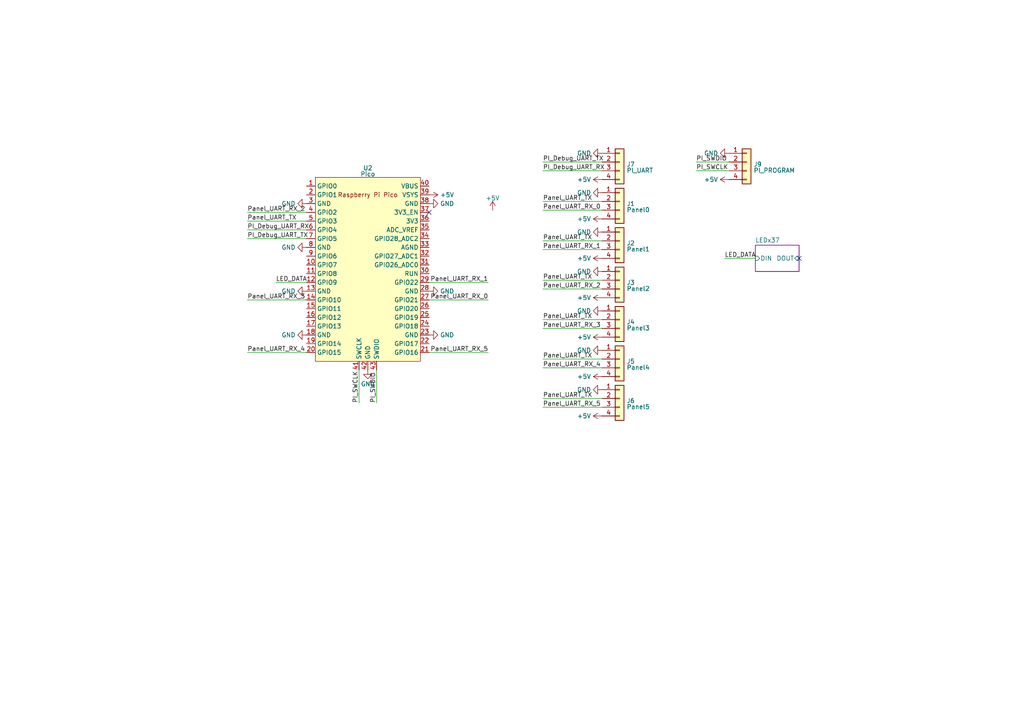
<source format=kicad_sch>
(kicad_sch (version 20220404) (generator eeschema)
  (paper "A4")
  (lib_symbols
    (symbol "Connector_Generic:Conn_01x04" (pin_names (offset 1.016) hide)
      (property "Reference" "J" (at 0 5.08 0))
      (property "Value" "Conn_01x04" (at 0 -7.62 0))
      (symbol "Conn_01x04_1_1"
        (rectangle (start -1.27 -4.953) (end 0 -5.207) (stroke (width 0.1524)))
        (rectangle (start -1.27 -2.413) (end 0 -2.667) (stroke (width 0.1524)))
        (rectangle (start -1.27 0.127) (end 0 -0.127) (stroke (width 0.1524)))
        (rectangle (start -1.27 2.667) (end 0 2.413) (stroke (width 0.1524)))
        (rectangle (start -1.27 3.81) (end 1.27 -6.35) (stroke (width 0.254)) (fill (type background)))
        (pin passive line (at -5.08 2.54 0) (length 3.81) (name "Pin_1") (number "1"))
        (pin passive line (at -5.08 0 0) (length 3.81) (name "Pin_2") (number "2"))
        (pin passive line (at -5.08 -2.54 0) (length 3.81) (name "Pin_3") (number "3"))
        (pin passive line (at -5.08 -5.08 0) (length 3.81) (name "Pin_4") (number "4"))
      )
    )
    (symbol "MCU_RaspberryPi_and_Boards:Pico"
      (property "Reference" "U" (at -13.97 27.94 0))
      (property "Value" "Pico" (at 0 19.05 0))
      (symbol "Pico_0_0"
        (text "Raspberry Pi Pico" (at 0 21.59 0) (effects (font (size 1.27 1.27))))
      )
      (symbol "Pico_0_1"
        (rectangle (start -15.24 26.67) (end 15.24 -26.67) (fill (type background)))
      )
      (symbol "Pico_1_1"
        (pin bidirectional line (at -17.78 24.13 0) (length 2.54) (name "GPIO0") (number "1"))
        (pin bidirectional line (at -17.78 1.27 0) (length 2.54) (name "GPIO7") (number "10"))
        (pin bidirectional line (at -17.78 -1.27 0) (length 2.54) (name "GPIO8") (number "11"))
        (pin bidirectional line (at -17.78 -3.81 0) (length 2.54) (name "GPIO9") (number "12"))
        (pin power_in line (at -17.78 -6.35 0) (length 2.54) (name "GND") (number "13"))
        (pin bidirectional line (at -17.78 -8.89 0) (length 2.54) (name "GPIO10") (number "14"))
        (pin bidirectional line (at -17.78 -11.43 0) (length 2.54) (name "GPIO11") (number "15"))
        (pin bidirectional line (at -17.78 -13.97 0) (length 2.54) (name "GPIO12") (number "16"))
        (pin bidirectional line (at -17.78 -16.51 0) (length 2.54) (name "GPIO13") (number "17"))
        (pin power_in line (at -17.78 -19.05 0) (length 2.54) (name "GND") (number "18"))
        (pin bidirectional line (at -17.78 -21.59 0) (length 2.54) (name "GPIO14") (number "19"))
        (pin bidirectional line (at -17.78 21.59 0) (length 2.54) (name "GPIO1") (number "2"))
        (pin bidirectional line (at -17.78 -24.13 0) (length 2.54) (name "GPIO15") (number "20"))
        (pin bidirectional line (at 17.78 -24.13 180) (length 2.54) (name "GPIO16") (number "21"))
        (pin bidirectional line (at 17.78 -21.59 180) (length 2.54) (name "GPIO17") (number "22"))
        (pin power_in line (at 17.78 -19.05 180) (length 2.54) (name "GND") (number "23"))
        (pin bidirectional line (at 17.78 -16.51 180) (length 2.54) (name "GPIO18") (number "24"))
        (pin bidirectional line (at 17.78 -13.97 180) (length 2.54) (name "GPIO19") (number "25"))
        (pin bidirectional line (at 17.78 -11.43 180) (length 2.54) (name "GPIO20") (number "26"))
        (pin bidirectional line (at 17.78 -8.89 180) (length 2.54) (name "GPIO21") (number "27"))
        (pin power_in line (at 17.78 -6.35 180) (length 2.54) (name "GND") (number "28"))
        (pin bidirectional line (at 17.78 -3.81 180) (length 2.54) (name "GPIO22") (number "29"))
        (pin power_in line (at -17.78 19.05 0) (length 2.54) (name "GND") (number "3"))
        (pin input line (at 17.78 -1.27 180) (length 2.54) (name "RUN") (number "30"))
        (pin bidirectional line (at 17.78 1.27 180) (length 2.54) (name "GPIO26_ADC0") (number "31"))
        (pin bidirectional line (at 17.78 3.81 180) (length 2.54) (name "GPIO27_ADC1") (number "32"))
        (pin power_in line (at 17.78 6.35 180) (length 2.54) (name "AGND") (number "33"))
        (pin bidirectional line (at 17.78 8.89 180) (length 2.54) (name "GPIO28_ADC2") (number "34"))
        (pin power_in line (at 17.78 11.43 180) (length 2.54) (name "ADC_VREF") (number "35"))
        (pin power_in line (at 17.78 13.97 180) (length 2.54) (name "3V3") (number "36"))
        (pin input line (at 17.78 16.51 180) (length 2.54) (name "3V3_EN") (number "37"))
        (pin bidirectional line (at 17.78 19.05 180) (length 2.54) (name "GND") (number "38"))
        (pin power_in line (at 17.78 21.59 180) (length 2.54) (name "VSYS") (number "39"))
        (pin bidirectional line (at -17.78 16.51 0) (length 2.54) (name "GPIO2") (number "4"))
        (pin power_in line (at 17.78 24.13 180) (length 2.54) (name "VBUS") (number "40"))
        (pin input line (at -2.54 -29.21 90) (length 2.54) (name "SWCLK") (number "41"))
        (pin power_in line (at 0 -29.21 90) (length 2.54) (name "GND") (number "42"))
        (pin bidirectional line (at 2.54 -29.21 90) (length 2.54) (name "SWDIO") (number "43"))
        (pin bidirectional line (at -17.78 13.97 0) (length 2.54) (name "GPIO3") (number "5"))
        (pin bidirectional line (at -17.78 11.43 0) (length 2.54) (name "GPIO4") (number "6"))
        (pin bidirectional line (at -17.78 8.89 0) (length 2.54) (name "GPIO5") (number "7"))
        (pin power_in line (at -17.78 6.35 0) (length 2.54) (name "GND") (number "8"))
        (pin bidirectional line (at -17.78 3.81 0) (length 2.54) (name "GPIO6") (number "9"))
      )
    )
    (symbol "power:+5V" (power) (pin_names (offset 0))
      (property "Value" "+5V" (at 0 3.556 0))
      (symbol "+5V_0_1"
        (polyline (pts (xy -0.762 1.27) (xy 0 2.54)))
        (polyline (pts (xy 0 0) (xy 0 2.54)))
        (polyline (pts (xy 0 2.54) (xy 0.762 1.27)))
      )
      (symbol "+5V_1_1"
        (pin power_in line (at 0 0 90) (length 0) hide (name "+5V") (number "1"))
      )
    )
    (symbol "power:GND" (power) (pin_names (offset 0))
      (property "Value" "GND" (at 0 -3.81 0))
      (symbol "GND_0_1"
        (polyline (pts (xy 0 0) (xy 0 -1.27) (xy 1.27 -1.27) (xy 0 -2.54) (xy -1.27 -1.27) (xy 0 -1.27)))
      )
      (symbol "GND_1_1"
        (pin power_in line (at 0 0 270) (length 0) hide (name "GND") (number "1"))
      )
    )
  )
  (no_connect (at 124.46 61.595))
  (no_connect (at 231.775 74.93))
  (wire (pts (xy 157.48 60.96) (xy 174.625 60.96)))
  (wire (pts (xy 157.48 69.85) (xy 174.625 69.85)))
  (wire (pts (xy 104.14 116.84) (xy 104.14 107.315)))
  (wire (pts (xy 157.48 115.57) (xy 174.625 115.57)))
  (wire (pts (xy 157.48 81.28) (xy 174.625 81.28)))
  (wire (pts (xy 157.48 118.11) (xy 174.625 118.11)))
  (wire (pts (xy 157.48 104.14) (xy 174.625 104.14)))
  (wire (pts (xy 71.755 64.135) (xy 88.9 64.135)))
  (wire (pts (xy 157.48 92.71) (xy 174.625 92.71)))
  (wire (pts (xy 157.48 72.39) (xy 174.625 72.39)))
  (wire (pts (xy 157.48 46.99) (xy 174.625 46.99)))
  (wire (pts (xy 71.755 61.595) (xy 88.9 61.595)))
  (wire (pts (xy 157.48 83.82) (xy 174.625 83.82)))
  (wire (pts (xy 210.185 74.93) (xy 219.075 74.93)))
  (wire (pts (xy 157.48 49.53) (xy 174.625 49.53)))
  (wire (pts (xy 201.93 49.53) (xy 211.455 49.53)))
  (wire (pts (xy 80.01 81.915) (xy 88.9 81.915)))
  (wire (pts (xy 157.48 58.42) (xy 174.625 58.42)))
  (wire (pts (xy 201.93 46.99) (xy 211.455 46.99)))
  (wire (pts (xy 71.755 86.995) (xy 88.9 86.995)))
  (wire (pts (xy 141.605 102.235) (xy 124.46 102.235)))
  (wire (pts (xy 141.605 86.995) (xy 124.46 86.995)))
  (wire (pts (xy 71.755 66.675) (xy 88.9 66.675)))
  (wire (pts (xy 71.755 69.215) (xy 88.9 69.215)))
  (wire (pts (xy 109.22 116.84) (xy 109.22 107.315)))
  (wire (pts (xy 141.605 81.915) (xy 124.46 81.915)))
  (wire (pts (xy 157.48 106.68) (xy 174.625 106.68)))
  (wire (pts (xy 71.755 102.235) (xy 88.9 102.235)))
  (wire (pts (xy 157.48 95.25) (xy 174.625 95.25)))
  (label "Panel_UART_RX_1" (at 157.48 72.39 0))
  (label "Panel_UART_TX" (at 157.48 58.42 0))
  (label "PI_Debug_UART_RX" (at 157.48 49.53 0))
  (label "LED_DATA" (at 210.185 74.93 0))
  (label "PI_SWCLK" (at 201.93 49.53 0))
  (label "PI_SWDIO" (at 201.93 46.99 0))
  (label "Panel_UART_TX" (at 157.48 69.85 0))
  (label "Panel_UART_RX_4" (at 157.48 106.68 0))
  (label "Panel_UART_TX" (at 157.48 92.71 0))
  (label "Panel_UART_TX" (at 157.48 104.14 0))
  (label "Panel_UART_RX_3" (at 157.48 95.25 0))
  (label "Panel_UART_TX" (at 157.48 115.57 0))
  (label "Panel_UART_TX" (at 71.755 64.135 0))
  (label "Panel_UART_RX_4" (at 71.755 102.235 0))
  (label "Panel_UART_RX_5" (at 141.605 102.235 0))
  (label "Panel_UART_RX_2" (at 157.48 83.82 0))
  (label "Panel_UART_TX" (at 157.48 81.28 0))
  (label "Panel_UART_RX_0" (at 157.48 60.96 0))
  (label "PI_Debug_UART_TX" (at 157.48 46.99 0))
  (label "Panel_UART_RX_2" (at 71.755 61.595 0))
  (label "PI_Debug_UART_TX" (at 71.755 69.215 0))
  (label "Panel_UART_RX_3" (at 71.755 86.995 0))
  (label "PI_SWDIO" (at 109.22 116.84 90))
  (label "Panel_UART_RX_0" (at 141.605 86.995 0))
  (label "PI_SWCLK" (at 104.14 116.84 90))
  (label "Panel_UART_RX_5" (at 157.48 118.11 0))
  (label "Panel_UART_RX_1" (at 141.605 81.915 0))
  (label "PI_Debug_UART_RX" (at 71.755 66.675 0))
  (label "LED_DATA" (at 80.01 81.915 0))
  (symbol (lib_id "Connector_Generic:Conn_01x04") (at 179.705 92.71 0) (unit 1)
    (default_instance (reference "J") (unit 1) (value "Conn_01x04") (footprint ""))
    (property "Reference" "J4" (at 181.737 93.3855 0) (effects (justify left)))
    (property "Value" "Panel3" (at 181.737 95.1477 0) (effects (justify left)))
    (property "Footprint" "Connector_Harwin:Harwin_M20-89004xx_1x04_P2.54mm_Horizontal" (effects hide))
  )
  (symbol (lib_id "power:GND") (at 124.46 59.055 90) (unit 1)
    (default_instance (reference "#PWR") (unit 1) (value "GND") (footprint ""))
    (property "Reference" "#PWR067" (effects hide))
    (property "Value" "GND" (at 127.635 59.055 90) (effects (justify right)))
  )
  (symbol (lib_id "power:GND") (at 88.9 71.755 270) (unit 1)
    (default_instance (reference "#PWR") (unit 1) (value "GND") (footprint ""))
    (property "Reference" "#PWR062" (effects hide))
    (property "Value" "GND" (at 85.725 71.755 90) (effects (justify right)))
  )
  (symbol (lib_id "power:GND") (at 174.625 113.03 270) (unit 1)
    (default_instance (reference "#PWR") (unit 1) (value "GND") (footprint ""))
    (property "Reference" "#PWR080" (effects hide))
    (property "Value" "GND" (at 171.45 113.03 90) (effects (justify right)))
  )
  (symbol (lib_id "power:GND") (at 88.9 59.055 270) (unit 1)
    (default_instance (reference "#PWR") (unit 1) (value "GND") (footprint ""))
    (property "Reference" "#PWR061" (effects hide))
    (property "Value" "GND" (at 85.725 59.055 90) (effects (justify right)))
  )
  (symbol (lib_id "power:GND") (at 174.625 78.74 270) (unit 1)
    (default_instance (reference "#PWR") (unit 1) (value "GND") (footprint ""))
    (property "Reference" "#PWR074" (effects hide))
    (property "Value" "GND" (at 171.45 78.74 90) (effects (justify right)))
  )
  (symbol (lib_id "power:+5V") (at 174.625 86.36 90) (unit 1)
    (default_instance (reference "#PWR") (unit 1) (value "+5V") (footprint ""))
    (property "Reference" "#PWR075" (effects hide))
    (property "Value" "+5V" (at 171.45 86.36 90) (effects (justify left)))
  )
  (symbol (lib_id "Connector_Generic:Conn_01x04") (at 179.705 69.85 0) (unit 1)
    (default_instance (reference "J") (unit 1) (value "Conn_01x04") (footprint ""))
    (property "Reference" "J2" (at 181.737 70.5255 0) (effects (justify left)))
    (property "Value" "Panel1" (at 181.737 72.2877 0) (effects (justify left)))
    (property "Footprint" "Connector_Harwin:Harwin_M20-89004xx_1x04_P2.54mm_Horizontal" (effects hide))
  )
  (symbol (lib_id "MCU_RaspberryPi_and_Boards:Pico") (at 106.68 78.105 0) (unit 1)
    (default_instance (reference "U") (unit 1) (value "Pico") (footprint "RPi_Pico:RPi_Pico_SMD_TH"))
    (property "Reference" "U2" (at 106.68 48.7299 0))
    (property "Value" "Pico" (at 106.68 50.4921 0))
    (property "Footprint" "MCU_RaspberryPi_and_Boards:RPi_Pico_SMD" (effects hide))
  )
  (symbol (lib_id "power:GND") (at 174.625 44.45 270) (unit 1)
    (default_instance (reference "#PWR") (unit 1) (value "GND") (footprint ""))
    (property "Reference" "#PWR070" (effects hide))
    (property "Value" "GND" (at 171.45 44.45 90) (effects (justify right)))
  )
  (symbol (lib_id "power:+5V") (at 174.625 120.65 90) (unit 1)
    (default_instance (reference "#PWR") (unit 1) (value "+5V") (footprint ""))
    (property "Reference" "#PWR081" (effects hide))
    (property "Value" "+5V" (at 171.45 120.65 90) (effects (justify left)))
  )
  (symbol (lib_id "power:+5V") (at 174.625 97.79 90) (unit 1)
    (default_instance (reference "#PWR") (unit 1) (value "+5V") (footprint ""))
    (property "Reference" "#PWR077" (effects hide))
    (property "Value" "+5V" (at 171.45 97.79 90) (effects (justify left)))
  )
  (symbol (lib_id "power:GND") (at 124.46 84.455 90) (unit 1)
    (default_instance (reference "#PWR") (unit 1) (value "GND") (footprint ""))
    (property "Reference" "#PWR066" (effects hide))
    (property "Value" "GND" (at 127.635 84.455 90) (effects (justify right)))
  )
  (symbol (lib_id "Connector_Generic:Conn_01x04") (at 179.705 104.14 0) (unit 1)
    (default_instance (reference "J") (unit 1) (value "Conn_01x04") (footprint ""))
    (property "Reference" "J5" (at 181.737 104.8155 0) (effects (justify left)))
    (property "Value" "Panel4" (at 181.737 106.5777 0) (effects (justify left)))
    (property "Footprint" "Connector_Harwin:Harwin_M20-89004xx_1x04_P2.54mm_Horizontal" (effects hide))
  )
  (symbol (lib_id "power:+5V") (at 124.46 56.515 270) (unit 1)
    (default_instance (reference "#PWR") (unit 1) (value "+5V") (footprint ""))
    (property "Reference" "#PWR085" (effects hide))
    (property "Value" "+5V" (at 127.635 56.515 90) (effects (justify left)))
  )
  (symbol (lib_id "power:GND") (at 106.68 107.315 0) (unit 1)
    (default_instance (reference "#PWR") (unit 1) (value "GND") (footprint ""))
    (property "Reference" "#PWR034" (effects hide))
    (property "Value" "GND" (at 106.68 111.3711 0))
  )
  (symbol (lib_id "power:+5V") (at 174.625 52.07 90) (unit 1)
    (default_instance (reference "#PWR") (unit 1) (value "+5V") (footprint ""))
    (property "Reference" "#PWR071" (effects hide))
    (property "Value" "+5V" (at 171.45 52.07 90) (effects (justify left)))
  )
  (symbol (lib_id "Connector_Generic:Conn_01x04") (at 179.705 115.57 0) (unit 1)
    (default_instance (reference "J") (unit 1) (value "Conn_01x04") (footprint ""))
    (property "Reference" "J6" (at 181.737 116.2455 0) (effects (justify left)))
    (property "Value" "Panel5" (at 181.737 118.0077 0) (effects (justify left)))
    (property "Footprint" "Connector_Harwin:Harwin_M20-89004xx_1x04_P2.54mm_Horizontal" (effects hide))
  )
  (symbol (lib_id "power:GND") (at 174.625 55.88 270) (unit 1)
    (default_instance (reference "#PWR") (unit 1) (value "GND") (footprint ""))
    (property "Reference" "#PWR068" (effects hide))
    (property "Value" "GND" (at 171.45 55.88 90) (effects (justify right)))
  )
  (symbol (lib_id "power:+5V") (at 174.625 74.93 90) (unit 1)
    (default_instance (reference "#PWR") (unit 1) (value "+5V") (footprint ""))
    (property "Reference" "#PWR073" (effects hide))
    (property "Value" "+5V" (at 171.45 74.93 90) (effects (justify left)))
  )
  (symbol (lib_id "power:+5V") (at 211.455 52.07 90) (unit 1)
    (default_instance (reference "#PWR") (unit 1) (value "+5V") (footprint ""))
    (property "Reference" "#PWR087" (effects hide))
    (property "Value" "+5V" (at 208.28 52.07 90) (effects (justify left)))
  )
  (symbol (lib_id "power:+5V") (at 174.625 63.5 90) (unit 1)
    (default_instance (reference "#PWR") (unit 1) (value "+5V") (footprint ""))
    (property "Reference" "#PWR069" (effects hide))
    (property "Value" "+5V" (at 171.45 63.5 90) (effects (justify left)))
  )
  (symbol (lib_id "Connector_Generic:Conn_01x04") (at 179.705 58.42 0) (unit 1)
    (default_instance (reference "J") (unit 1) (value "Conn_01x04") (footprint ""))
    (property "Reference" "J1" (at 181.737 59.0955 0) (effects (justify left)))
    (property "Value" "Panel0" (at 181.737 60.8577 0) (effects (justify left)))
    (property "Footprint" "Connector_Harwin:Harwin_M20-89004xx_1x04_P2.54mm_Horizontal" (effects hide))
  )
  (symbol (lib_id "power:GND") (at 88.9 97.155 270) (unit 1)
    (default_instance (reference "#PWR") (unit 1) (value "GND") (footprint ""))
    (property "Reference" "#PWR064" (effects hide))
    (property "Value" "GND" (at 85.725 97.155 90) (effects (justify right)))
  )
  (symbol (lib_id "power:GND") (at 174.625 90.17 270) (unit 1)
    (default_instance (reference "#PWR") (unit 1) (value "GND") (footprint ""))
    (property "Reference" "#PWR076" (effects hide))
    (property "Value" "GND" (at 171.45 90.17 90) (effects (justify right)))
  )
  (symbol (lib_id "power:GND") (at 88.9 84.455 270) (unit 1)
    (default_instance (reference "#PWR") (unit 1) (value "GND") (footprint ""))
    (property "Reference" "#PWR063" (effects hide))
    (property "Value" "GND" (at 85.725 84.455 90) (effects (justify right)))
  )
  (symbol (lib_id "Connector_Generic:Conn_01x04") (at 179.705 81.28 0) (unit 1)
    (default_instance (reference "J") (unit 1) (value "Conn_01x04") (footprint ""))
    (property "Reference" "J3" (at 181.737 81.9555 0) (effects (justify left)))
    (property "Value" "Panel2" (at 181.737 83.7177 0) (effects (justify left)))
    (property "Footprint" "Connector_Harwin:Harwin_M20-89004xx_1x04_P2.54mm_Horizontal" (effects hide))
  )
  (symbol (lib_id "Connector_Generic:Conn_01x04") (at 216.535 46.99 0) (unit 1)
    (default_instance (reference "J") (unit 1) (value "Conn_01x04") (footprint ""))
    (property "Reference" "J9" (at 218.567 47.6655 0) (effects (justify left)))
    (property "Value" "PI_PROGRAM" (at 218.567 49.4277 0) (effects (justify left)))
    (property "Footprint" "Connector_Harwin:Harwin_M20-89004xx_1x04_P2.54mm_Horizontal" (effects hide))
  )
  (symbol (lib_id "power:GND") (at 211.455 44.45 270) (unit 1)
    (default_instance (reference "#PWR") (unit 1) (value "GND") (footprint ""))
    (property "Reference" "#PWR086" (effects hide))
    (property "Value" "GND" (at 208.28 44.45 90) (effects (justify right)))
  )
  (symbol (lib_id "power:GND") (at 174.625 101.6 270) (unit 1)
    (default_instance (reference "#PWR") (unit 1) (value "GND") (footprint ""))
    (property "Reference" "#PWR078" (effects hide))
    (property "Value" "GND" (at 171.45 101.6 90) (effects (justify right)))
  )
  (symbol (lib_id "Connector_Generic:Conn_01x04") (at 179.705 46.99 0) (unit 1)
    (default_instance (reference "J") (unit 1) (value "Conn_01x04") (footprint ""))
    (property "Reference" "J7" (at 181.737 47.6655 0) (effects (justify left)))
    (property "Value" "PI_UART" (at 181.737 49.4277 0) (effects (justify left)))
    (property "Footprint" "Connector_Harwin:Harwin_M20-89004xx_1x04_P2.54mm_Horizontal" (effects hide))
  )
  (symbol (lib_id "power:GND") (at 124.46 97.155 90) (unit 1)
    (default_instance (reference "#PWR") (unit 1) (value "GND") (footprint ""))
    (property "Reference" "#PWR065" (effects hide))
    (property "Value" "GND" (at 127.635 97.155 90) (effects (justify right)))
  )
  (symbol (lib_id "power:+5V") (at 142.875 60.96 0) (unit 1)
    (default_instance (reference "#PWR") (unit 1) (value "+5V") (footprint ""))
    (property "Reference" "#PWR033" (effects hide))
    (property "Value" "+5V" (at 142.875 57.4771 0))
  )
  (symbol (lib_id "power:GND") (at 174.625 67.31 270) (unit 1)
    (default_instance (reference "#PWR") (unit 1) (value "GND") (footprint ""))
    (property "Reference" "#PWR072" (effects hide))
    (property "Value" "GND" (at 171.45 67.31 90) (effects (justify right)))
  )
  (symbol (lib_id "power:+5V") (at 174.625 109.22 90) (unit 1)
    (default_instance (reference "#PWR") (unit 1) (value "+5V") (footprint ""))
    (property "Reference" "#PWR079" (effects hide))
    (property "Value" "+5V" (at 171.45 109.22 90) (effects (justify left)))
  )
  (sheet (at 219.075 71.12) (size 12.7 7.62) (stroke (width 0.1524) (color 132 0 132 1)) (fill (color 255 255 255 0.0000))
    (property "Sheetname" "LEDx37" (at 219.075 70.4084 0) (effects (justify left bottom)))
    (property "Sheetfile" "LEDx8.kicad_sch" (effects hide))
    (pin "DIN" input (at 219.075 74.93 180))
    (pin "DOUT" input (at 231.775 74.93 0))
  )
)
</source>
